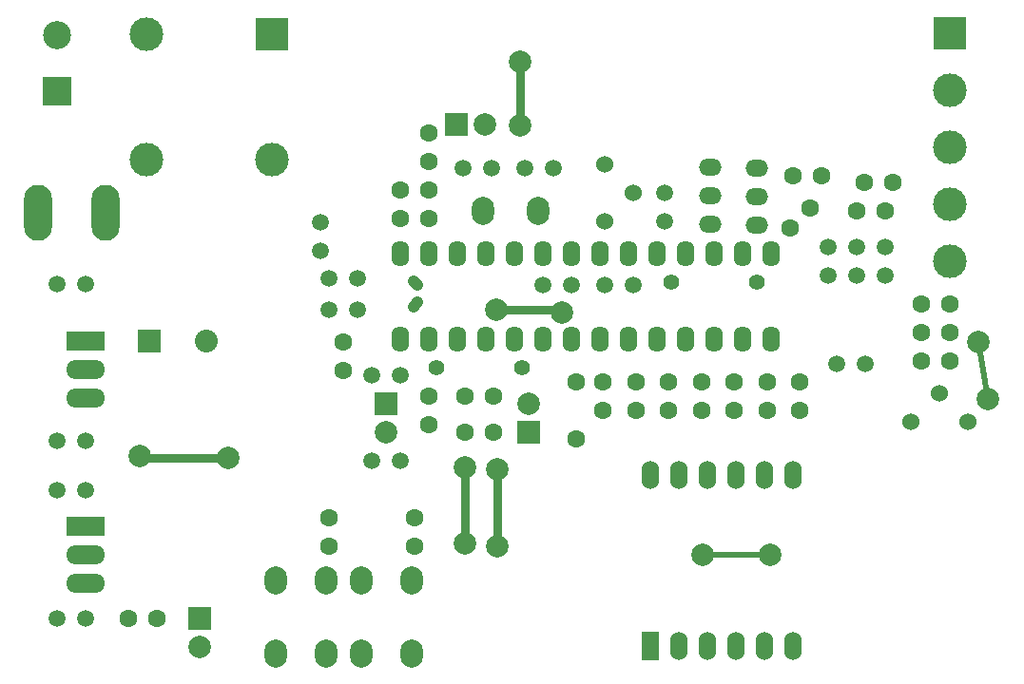
<source format=gbr>
G04 #@! TF.FileFunction,Copper,L1,Top,Signal*
%FSLAX46Y46*%
G04 Gerber Fmt 4.6, Leading zero omitted, Abs format (unit mm)*
G04 Created by KiCad (PCBNEW 4.0.2-4+6225~38~ubuntu14.04.1-stable) date Thu 07 Apr 2016 12:32:57 PM ICT*
%MOMM*%
G01*
G04 APERTURE LIST*
%ADD10C,0.100000*%
%ADD11R,1.524000X2.540000*%
%ADD12O,1.524000X2.540000*%
%ADD13O,2.500000X5.000000*%
%ADD14C,1.524000*%
%ADD15C,3.000000*%
%ADD16R,3.000000X3.000000*%
%ADD17R,2.999740X2.999740*%
%ADD18C,2.999740*%
%ADD19O,1.998980X2.499360*%
%ADD20C,1.000760*%
%ADD21O,1.600000X2.300000*%
%ADD22R,2.500000X2.500000*%
%ADD23C,2.500000*%
%ADD24R,2.000000X2.000000*%
%ADD25C,2.000000*%
%ADD26C,1.501140*%
%ADD27C,1.397000*%
%ADD28O,3.500120X1.699260*%
%ADD29R,3.500120X1.699260*%
%ADD30C,2.032000*%
%ADD31R,2.032000X2.032000*%
%ADD32O,2.000000X2.500000*%
%ADD33O,2.000000X1.520000*%
%ADD34C,1.600000*%
%ADD35C,0.762000*%
%ADD36C,0.254000*%
%ADD37C,0.508000*%
G04 APERTURE END LIST*
D10*
D11*
X165735000Y-132715000D03*
D12*
X168275000Y-132715000D03*
X170815000Y-132715000D03*
X173355000Y-132715000D03*
X175895000Y-132715000D03*
X178435000Y-132715000D03*
X173355000Y-117475000D03*
X175895000Y-117475000D03*
X165735000Y-117475000D03*
X168275000Y-117475000D03*
X178435000Y-117475000D03*
X170815000Y-117475000D03*
D13*
X111246920Y-94107000D03*
X117248940Y-94107000D03*
D14*
X191516000Y-110236000D03*
X194056000Y-112776000D03*
X188976000Y-112776000D03*
X164211000Y-92329000D03*
X161671000Y-94869000D03*
X161671000Y-89789000D03*
D15*
X120904000Y-78232000D03*
X120904000Y-89408000D03*
X132080000Y-89408000D03*
D16*
X132080000Y-78232000D03*
D17*
X192405000Y-78105000D03*
D18*
X192405000Y-83185000D03*
X192405000Y-88265000D03*
X192405000Y-93345000D03*
X192405000Y-98425000D03*
D19*
X150848060Y-93980000D03*
X155729940Y-93980000D03*
D20*
X144645155Y-102484145D02*
X144998977Y-102130323D01*
X144998977Y-100561677D02*
X144645155Y-100207855D01*
D21*
X176530000Y-97790000D03*
X173990000Y-97790000D03*
X171450000Y-97790000D03*
X168910000Y-97790000D03*
X166370000Y-97790000D03*
X163830000Y-97790000D03*
X161290000Y-97790000D03*
X158750000Y-97790000D03*
X156210000Y-97790000D03*
X153670000Y-97790000D03*
X151130000Y-97790000D03*
X148590000Y-97790000D03*
X146050000Y-97790000D03*
X143510000Y-97790000D03*
X143510000Y-105410000D03*
X146050000Y-105410000D03*
X148590000Y-105410000D03*
X151130000Y-105410000D03*
X153670000Y-105410000D03*
X156210000Y-105410000D03*
X158750000Y-105410000D03*
X161290000Y-105410000D03*
X163830000Y-105410000D03*
X166370000Y-105410000D03*
X168910000Y-105410000D03*
X171450000Y-105410000D03*
X173990000Y-105410000D03*
X176530000Y-105410000D03*
D22*
X112903000Y-83312000D03*
D23*
X112903000Y-78312000D03*
D24*
X142240000Y-111125000D03*
D25*
X142240000Y-113665000D03*
D24*
X154940000Y-113665000D03*
D25*
X154940000Y-111125000D03*
D24*
X148463000Y-86233000D03*
D25*
X151003000Y-86233000D03*
D24*
X125603000Y-130302000D03*
D25*
X125603000Y-132842000D03*
D26*
X136398000Y-97536000D03*
X136398000Y-94996000D03*
X140970000Y-116205000D03*
X143510000Y-116205000D03*
X140970000Y-108585000D03*
X143510000Y-108585000D03*
X158750000Y-100584000D03*
X156210000Y-100584000D03*
X151638000Y-90170000D03*
X149098000Y-90170000D03*
X157099000Y-90170000D03*
X154559000Y-90170000D03*
X139700000Y-99949000D03*
X137160000Y-99949000D03*
X115443000Y-130302000D03*
X112903000Y-130302000D03*
X139700000Y-102743000D03*
X137160000Y-102743000D03*
X167005000Y-92329000D03*
X167005000Y-94869000D03*
X115443000Y-118872000D03*
X112903000Y-118872000D03*
X164211000Y-100584000D03*
X161671000Y-100584000D03*
X115443000Y-114427000D03*
X112903000Y-114427000D03*
X182372000Y-107569000D03*
X184912000Y-107569000D03*
X115443000Y-100457000D03*
X112903000Y-100457000D03*
X181610000Y-99695000D03*
X184150000Y-99695000D03*
X181610000Y-97155000D03*
X184150000Y-97155000D03*
X186690000Y-99695000D03*
X186690000Y-97155000D03*
D27*
X175260000Y-100330000D03*
X167640000Y-100330000D03*
D28*
X115443000Y-108077000D03*
X115443000Y-110617000D03*
D29*
X115443000Y-105537000D03*
D28*
X115443000Y-124587000D03*
X115443000Y-127127000D03*
D29*
X115443000Y-122047000D03*
D30*
X126238000Y-105537000D03*
D31*
X121158000Y-105537000D03*
D32*
X136870440Y-133426200D03*
X132369560Y-126923800D03*
X132369560Y-133426200D03*
X136870440Y-126923800D03*
X139989560Y-126923800D03*
X144490440Y-133426200D03*
X144490440Y-126923800D03*
X139989560Y-133426200D03*
D27*
X146685000Y-107950000D03*
X154305000Y-107950000D03*
D33*
X175260000Y-92710000D03*
X175260000Y-90170000D03*
X175260000Y-95250000D03*
X171069000Y-92583000D03*
X171069000Y-90043000D03*
X171069000Y-95123000D03*
D34*
X138430000Y-105664000D03*
X138430000Y-108204000D03*
X187325000Y-91440000D03*
X184785000Y-91440000D03*
X149225000Y-110490000D03*
X151765000Y-110490000D03*
X146050000Y-110490000D03*
X146050000Y-113030000D03*
X149225000Y-113665000D03*
X151765000Y-113665000D03*
X144780000Y-121285000D03*
X144780000Y-123825000D03*
X137160000Y-121285000D03*
X137160000Y-123825000D03*
X161544000Y-109220000D03*
X161544000Y-111760000D03*
X164465000Y-109220000D03*
X164465000Y-111760000D03*
X167386000Y-109220000D03*
X167386000Y-111760000D03*
X170307000Y-109220000D03*
X170307000Y-111760000D03*
X173228000Y-109220000D03*
X173228000Y-111760000D03*
X176149000Y-109220000D03*
X176149000Y-111760000D03*
X179070000Y-109220000D03*
X179070000Y-111760000D03*
X180975000Y-90805000D03*
X178435000Y-90805000D03*
X146050000Y-94615000D03*
X146050000Y-92075000D03*
X179968026Y-93716974D03*
X178171974Y-95513026D03*
X143510000Y-92075000D03*
X143510000Y-94615000D03*
X119253000Y-130302000D03*
X121793000Y-130302000D03*
X189865000Y-104775000D03*
X189865000Y-102235000D03*
X192405000Y-107315000D03*
X189865000Y-107315000D03*
X192405000Y-102235000D03*
X192405000Y-104775000D03*
X184150000Y-93980000D03*
X186690000Y-93980000D03*
X146050000Y-89535000D03*
X146050000Y-86995000D03*
X159131000Y-114300000D03*
X159131000Y-109220000D03*
D25*
X128143000Y-115951000D03*
X120269000Y-115824000D03*
X154178000Y-80645000D03*
X154178000Y-86360000D03*
X149225000Y-116840000D03*
X149225000Y-123571000D03*
X152146000Y-116967000D03*
X152146000Y-123825000D03*
X152019000Y-102743000D03*
X157861000Y-102997000D03*
X170434000Y-124587000D03*
X176403000Y-124587000D03*
X195834000Y-110744000D03*
X194945000Y-105664000D03*
D35*
X120396000Y-115951000D02*
X128143000Y-115951000D01*
X120269000Y-115824000D02*
X120396000Y-115951000D01*
X154178000Y-86360000D02*
X154178000Y-80645000D01*
X149225000Y-123571000D02*
X149225000Y-116840000D01*
X152146000Y-123825000D02*
X152146000Y-116967000D01*
X152019000Y-102743000D02*
X157607000Y-102743000D01*
D36*
X157607000Y-102743000D02*
X157861000Y-102997000D01*
D37*
X170434000Y-124587000D02*
X176403000Y-124587000D01*
X195834000Y-110744000D02*
X194945000Y-105537000D01*
X194945000Y-105537000D02*
X194945000Y-105664000D01*
M02*

</source>
